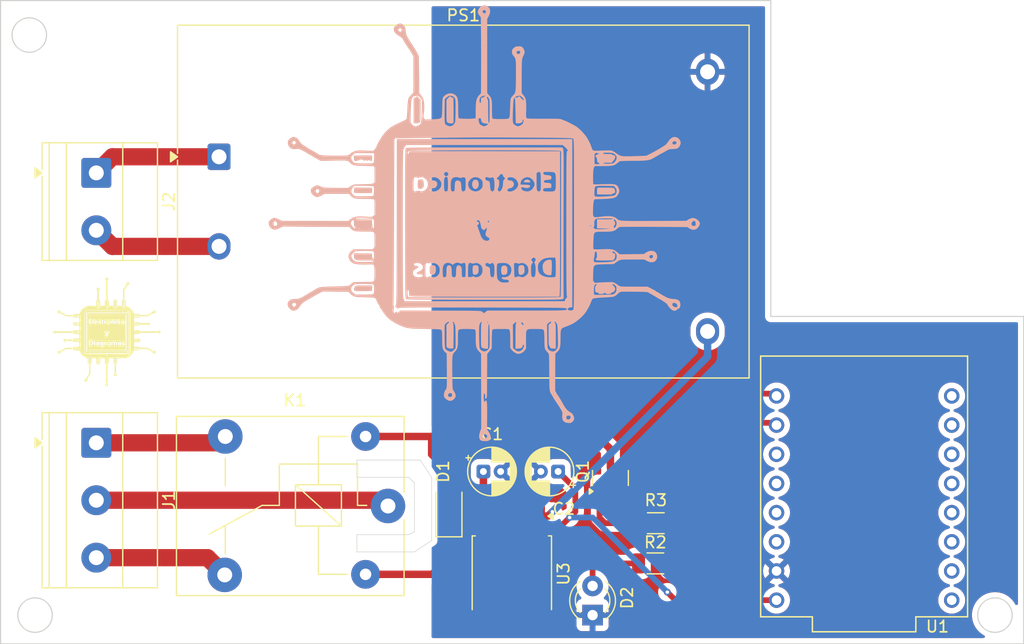
<source format=kicad_pcb>
(kicad_pcb (version 20241229) (generator "pcbnew") (generator_version "9.0")
  (layers (0 "F.Cu" signal) (2 "B.Cu" signal) (13 "F.Paste" user) (15 "B.Paste" user) (5 "F.SilkS" user "F.Silkscreen") (7 "B.SilkS" user "B.Silkscreen") (1 "F.Mask" user) (3 "B.Mask" user) (25 "Edge.Cuts" user))
  (net 0 "")
  (net 13 "GND")
  (net 14 "+12V")
  (net 15 "Net-(D1-A)")
  (net 16 "Net-(D2-A)")
  (net 17 "Net-(J1-Pin_3)")
  (net 18 "Net-(J1-Pin_1)")
  (net 19 "Net-(J1-Pin_2)")
  (net 20 "Net-(J2-Pin_2)")
  (net 21 "Net-(J2-Pin_1)")
  (net 22 "Net-(Q1-B)")
  (net 23 "gpio0")
  (net 24 "Net-(U1-GPIO1)")
  (net 25 "+5V")
  (footprint "Package_TO_SOT_SMD:TO-252-2" (layer "F.Cu") (at 199.475 118.915 -90)
    (property "Reference" "U3" (at 0 -4.5 90) (layer "F.SilkS"))
    (property "Value" "L7805")
    (pad "1" smd roundrect (at -5.04 -2.28 270) (size 2.2 1.2) (layers "F.Cu" "F.Mask" "F.Paste") (roundrect_rratio 0.208333) (net 14 "+12V"))
    (pad "2" smd roundrect (at 1.26 0 270) (size 6.4 5.8) (layers "F.Cu" "F.Mask") (roundrect_rratio 0.043103) (net 13 "GND"))
    (pad "3" smd roundrect (at -5.04 2.28 270) (size 2.2 1.2) (layers "F.Cu" "F.Mask" "F.Paste") (roundrect_rratio 0.208333) (net 25 "+5V"))
  )
  (footprint "Capacitor_THT:CP_Radial_D4.0mm_P1.50mm" (layer "F.Cu") (at 203.5 110 180)
    (property "Reference" "C2" (at -0.5 -3.25 0) (layer "F.SilkS"))
    (property "Value" "C_Polarized")
    (pad "1" thru_hole roundrect (at 0 0 180) (size 1.2 1.2) (drill 0.6) (layers "*.Cu" "*.Mask") (roundrect_rratio 0.208333) (net 25 "+5V"))
    (pad "2" thru_hole circle (at 1.5 0 180) (size 1.2 1.2) (drill 0.6) (layers "*.Cu" "*.Mask") (net 13 "GND"))
  )
  (footprint "Capacitor_THT:CP_Radial_D4.0mm_P1.50mm" (layer "F.Cu") (at 197 110)
    (property "Reference" "C1" (at 0.75 -3.25 0) (layer "F.SilkS"))
    (property "Value" "C_Polarized")
    (pad "1" thru_hole roundrect (at 0 0) (size 1.2 1.2) (drill 0.6) (layers "*.Cu" "*.Mask") (roundrect_rratio 0.208333) (net 14 "+12V"))
    (pad "2" thru_hole circle (at 1.5 0) (size 1.2 1.2) (drill 0.6) (layers "*.Cu" "*.Mask") (net 13 "GND"))
  )
  (footprint "TerminalBlock_Phoenix:TerminalBlock_Phoenix_MKDS-1,5-3_1x03_P5.00mm_Horizontal" (layer "F.Cu") (at 163.3275 107.5 -90)
    (property "Reference" "J1" (at 5 -6.32 90) (layer "F.SilkS"))
    (property "Value" "Screw_Terminal_01x03")
    (pad "1" thru_hole roundrect (at 0 0 270) (size 2.6 2.6) (drill 1.3) (layers "*.Cu" "*.Mask") (roundrect_rratio 0.096154) (net 18 "Net-(J1-Pin_1)"))
    (pad "2" thru_hole circle (at 5 0 270) (size 2.6 2.6) (drill 1.3) (layers "*.Cu" "*.Mask") (net 19 "Net-(J1-Pin_2)"))
    (pad "3" thru_hole circle (at 10 0 270) (size 2.6 2.6) (drill 1.3) (layers "*.Cu" "*.Mask") (net 17 "Net-(J1-Pin_3)"))
  )
  (footprint "LED_THT:LED_D3.0mm" (layer "F.Cu") (at 206.5 122.5 90)
    (property "Reference" "D2" (at 1.5 3 90) (layer "F.SilkS"))
    (property "Value" "LED")
    (pad "1" thru_hole rect (at 0 0 90) (size 1.8 1.8) (drill 0.9) (layers "*.Cu" "*.Mask") (net 13 "GND"))
    (pad "2" thru_hole circle (at 2.54 0 90) (size 1.8 1.8) (drill 0.9) (layers "*.Cu" "*.Mask") (net 16 "Net-(D2-A)"))
  )
  (footprint "Resistor_SMD:R_1206_3216Metric" (layer "F.Cu") (at 211.9625 118)
    (property "Reference" "R2" (at 0 -1.83 0) (layer "F.SilkS"))
    (property "Value" "R")
    (pad "1" smd roundrect (at -1.4625 0) (size 1.125 1.75) (layers "F.Cu" "F.Mask" "F.Paste") (roundrect_rratio 0.222222) (net 16 "Net-(D2-A)"))
    (pad "2" smd roundrect (at 1.4625 0) (size 1.125 1.75) (layers "F.Cu" "F.Mask" "F.Paste") (roundrect_rratio 0.222222) (net 24 "Net-(U1-GPIO1)"))
  )
  (footprint "Componentes_varios:MODULE_ESP32-C3_SUPERMINI_TH" (layer "F.Cu") (at 230.12 111.3 180)
    (property "Reference" "U1" (at -6.38 -12.2 0) (layer "F.SilkS"))
    (property "Value" "ESP32-C3_SUPERMINI_TH")
    (pad "0" thru_hole circle (at 7.62 7.88 180) (size 1.348 1.348) (drill 0.84) (layers "*.Cu" "*.Mask") (net 23 "gpio0"))
    (pad "1" thru_hole circle (at 7.62 5.34 180) (size 1.348 1.348) (drill 0.84) (layers "*.Cu" "*.Mask") (net 24 "Net-(U1-GPIO1)"))
    (pad "2" thru_hole circle (at 7.62 2.8 180) (size 1.348 1.348) (drill 0.84) (layers "*.Cu" "*.Mask"))
    (pad "3" thru_hole circle (at 7.62 0.26 180) (size 1.348 1.348) (drill 0.84) (layers "*.Cu" "*.Mask"))
    (pad "3.3" thru_hole circle (at 7.62 -4.82 180) (size 1.348 1.348) (drill 0.84) (layers "*.Cu" "*.Mask"))
    (pad "4" thru_hole circle (at 7.62 -2.28 180) (size 1.348 1.348) (drill 0.84) (layers "*.Cu" "*.Mask"))
    (pad "5" thru_hole circle (at -7.62 -9.9 180) (size 1.348 1.348) (drill 0.84) (layers "*.Cu" "*.Mask"))
    (pad "5V" thru_hole circle (at 7.62 -9.9 180) (size 1.348 1.348) (drill 0.84) (layers "*.Cu" "*.Mask") (net 25 "+5V"))
    (pad "6" thru_hole circle (at -7.62 -7.36 180) (size 1.348 1.348) (drill 0.84) (layers "*.Cu" "*.Mask"))
    (pad "7" thru_hole circle (at -7.62 -4.82 180) (size 1.348 1.348) (drill 0.84) (layers "*.Cu" "*.Mask"))
    (pad "8" thru_hole circle (at -7.62 -2.28 180) (size 1.348 1.348) (drill 0.84) (layers "*.Cu" "*.Mask"))
    (pad "9" thru_hole circle (at -7.62 0.26 180) (size 1.348 1.348) (drill 0.84) (layers "*.Cu" "*.Mask"))
    (pad "10" thru_hole circle (at -7.62 2.8 180) (size 1.348 1.348) (drill 0.84) (layers "*.Cu" "*.Mask"))
    (pad "20" thru_hole circle (at -7.62 5.34 180) (size 1.348 1.348) (drill 0.84) (layers "*.Cu" "*.Mask"))
    (pad "21" thru_hole circle (at -7.62 7.88 180) (size 1.348 1.348) (drill 0.84) (layers "*.Cu" "*.Mask"))
    (pad "G" thru_hole circle (at 7.62 -7.36 180) (size 1.348 1.348) (drill 0.84) (layers "*.Cu" "*.Mask") (net 13 "GND"))
  )
  (footprint "logo:logo_1" (layer "F.Cu") (at 164 98)
    (property "Reference" "G***" (hide yes))
    (property "Value" "LOGO" (hide yes))
  )
  (footprint "Resistor_SMD:R_1206_3216Metric" (layer "F.Cu") (at 212 114.5 180)
    (property "Reference" "R3" (at 0 2 0) (layer "F.SilkS"))
    (property "Value" "R")
    (pad "1" smd roundrect (at -1.4625 0 180) (size 1.125 1.75) (layers "F.Cu" "F.Mask" "F.Paste") (roundrect_rratio 0.222222) (net 23 "gpio0"))
    (pad "2" smd roundrect (at 1.4625 0 180) (size 1.125 1.75) (layers "F.Cu" "F.Mask" "F.Paste") (roundrect_rratio 0.222222) (net 22 "Net-(Q1-B)"))
  )
  (footprint "Relay_THT:Relay_SPDT_SANYOU_SRD_Series_Form_C" (layer "F.Cu") (at 188.7 113 180)
    (property "Reference" "K1" (at 8.1 9.2 0) (layer "F.SilkS"))
    (property "Value" "SANYOU_SRD_Form_C")
    (pad "1" thru_hole circle (at 0 0 270) (size 3 3) (drill 1.3) (layers "*.Cu" "*.Mask") (net 19 "Net-(J1-Pin_2)"))
    (pad "2" thru_hole circle (at 1.95 6.05 270) (size 2.5 2.5) (drill 1) (layers "*.Cu" "*.Mask") (net 15 "Net-(D1-A)"))
    (pad "3" thru_hole circle (at 14.15 6.05 270) (size 3 3) (drill 1.3) (layers "*.Cu" "*.Mask") (net 18 "Net-(J1-Pin_1)"))
    (pad "4" thru_hole circle (at 14.2 -6 270) (size 3 3) (drill 1.3) (layers "*.Cu" "*.Mask") (net 17 "Net-(J1-Pin_3)"))
    (pad "5" thru_hole circle (at 1.95 -5.95 270) (size 2.5 2.5) (drill 1) (layers "*.Cu" "*.Mask") (net 14 "+12V"))
  )
  (footprint "Converter_ACDC:Converter_ACDC_Hi-Link_HLK-10Mxx" (layer "F.Cu") (at 174.0025 82.6)
    (property "Reference" "PS1" (at 21.25 -12.31 0) (layer "F.SilkS"))
    (property "Value" "HLK-10M12")
    (pad "1" thru_hole roundrect (at 0 0) (size 2 2.3) (drill 1.3) (layers "*.Cu" "*.Mask") (roundrect_rratio 0.125) (net 21 "Net-(J2-Pin_1)"))
    (pad "2" thru_hole oval (at 0 7.8) (size 2 2.3) (drill 1.3) (layers "*.Cu" "*.Mask") (net 20 "Net-(J2-Pin_2)"))
    (pad "3" thru_hole oval (at 42.5 -7.4) (size 2 2.3) (drill 1.3) (layers "*.Cu" "*.Mask") (net 13 "GND"))
    (pad "4" thru_hole oval (at 42.5 15.2) (size 2 2.3) (drill 1.3) (layers "*.Cu" "*.Mask") (net 14 "+12V"))
  )
  (footprint "TerminalBlock_Phoenix:TerminalBlock_Phoenix_MKDS-1,5-2_1x02_P5.00mm_Horizontal" (layer "F.Cu") (at 163.3275 84 -90)
    (property "Reference" "J2" (at 2.5 -6.32 90) (layer "F.SilkS"))
    (property "Value" "Screw_Terminal_01x02")
    (pad "1" thru_hole roundrect (at 0 0 270) (size 2.6 2.6) (drill 1.3) (layers "*.Cu" "*.Mask") (roundrect_rratio 0.096154) (net 21 "Net-(J2-Pin_1)"))
    (pad "2" thru_hole circle (at 5 0 270) (size 2.6 2.6) (drill 1.3) (layers "*.Cu" "*.Mask") (net 20 "Net-(J2-Pin_2)"))
  )
  (footprint "Package_TO_SOT_SMD:SOT-23" (layer "F.Cu") (at 208.05 110.5625 90)
    (property "Reference" "Q1" (at 0.5625 -2.4 90) (layer "F.SilkS"))
    (property "Value" "MMBT3904")
    (pad "1" smd roundrect (at -0.9375 -0.95 90) (size 1.475 0.6) (layers "F.Cu" "F.Mask" "F.Paste") (net 22 "Net-(Q1-B)"))
    (pad "2" smd roundrect (at -0.9375 0.95 90) (size 1.475 0.6) (layers "F.Cu" "F.Mask" "F.Paste") (net 13 "GND"))
    (pad "3" smd roundrect (at 0.9375 0 90) (size 1.475 0.6) (layers "F.Cu" "F.Mask" "F.Paste") (net 15 "Net-(D1-A)"))
  )
  (footprint "Diode_SMD:D_1206_3216Metric" (layer "F.Cu") (at 194 113.4 90)
    (property "Reference" "D1" (at 3.4 -0.5 90) (layer "F.SilkS"))
    (property "Value" "D")
    (pad "1" smd roundrect (at -1.4 0 90) (size 1.25 1.75) (layers "F.Cu" "F.Mask" "F.Paste") (roundrect_rratio 0.2) (net 14 "+12V"))
    (pad "2" smd roundrect (at 1.4 0 90) (size 1.25 1.75) (layers "F.Cu" "F.Mask" "F.Paste") (roundrect_rratio 0.2) (net 15 "Net-(D1-A)"))
  )
  (footprint "logo:logo_3" (layer "B.Cu") (at 198 89 180)
    (property "Reference" "G***" (at 0 0 0) (layer "B.SilkS") (effects (font (size 1.5 1.5) (thickness 0.3)) (justify mirror)))
    (property "Value" "LOGO" (hide yes))
  )
  (gr_line (start 244 96.5) (end 244 125) (stroke (width 0.1)) (layer "Edge.Cuts"))
  (gr_line (start 191 115.25) (end 191 111) (stroke (width 0.05)) (layer "Edge.Cuts"))
  (gr_circle (center 241.5 122.5) (end 241.5 124) (stroke (width 0.1)) (fill no) (layer "Edge.Cuts"))
  (gr_line (start 186 109) (end 191.5 109) (stroke (width 0.05)) (layer "Edge.Cuts"))
  (gr_line (start 155 69) (end 222 69) (stroke (width 0.1)) (layer "Edge.Cuts"))
  (gr_line (start 222 96.5) (end 244 96.5) (stroke (width 0.1)) (layer "Edge.Cuts"))
  (gr_line (start 155 125) (end 155 69) (stroke (width 0.1)) (layer "Edge.Cuts"))
  (gr_circle (center 157.5 72) (end 157.5 73.5) (stroke (width 0.1)) (fill no) (layer "Edge.Cuts"))
  (gr_line (start 186 110.5) (end 186 109) (stroke (width 0.05)) (layer "Edge.Cuts"))
  (gr_line (start 190.5 115.5) (end 191 115.25) (stroke (width 0.05)) (layer "Edge.Cuts"))
  (gr_line (start 191.5 109) (end 192.5 110.5) (stroke (width 0.05)) (layer "Edge.Cuts"))
  (gr_line (start 191 117) (end 186 117) (stroke (width 0.05)) (layer "Edge.Cuts"))
  (gr_line (start 192.5 116) (end 191 117) (stroke (width 0.05)) (layer "Edge.Cuts"))
  (gr_line (start 186 115.5) (end 190.5 115.5) (stroke (width 0.05)) (layer "Edge.Cuts"))
  (gr_line (start 191 111) (end 190.5 110.5) (stroke (width 0.05)) (layer "Edge.Cuts"))
  (gr_line (start 186 117) (end 186 115.5) (stroke (width 0.05)) (layer "Edge.Cuts"))
  (gr_circle (center 158 122.5) (end 158 124) (stroke (width 0.1)) (fill no) (layer "Edge.Cuts"))
  (gr_line (start 244 125) (end 155 125) (stroke (width 0.1)) (layer "Edge.Cuts"))
  (gr_line (start 190.5 110.5) (end 186 110.5) (stroke (width 0.05)) (layer "Edge.Cuts"))
  (gr_line (start 192.5 110.5) (end 192.5 116) (stroke (width 0.05)) (layer "Edge.Cuts"))
  (gr_line (start 222 69) (end 222 96.5) (stroke (width 0.1)) (layer "Edge.Cuts"))
  (segment (start 194 114.8) (end 194 114.5) (width 0.5) (layer "F.Cu") (net 14))
  (segment (start 202.625 113.875) (end 203 113.5) (width 0.65) (layer "F.Cu") (net 14))
  (segment (start 196.5 112) (end 199.88 112) (width 0.5) (layer "F.Cu") (net 14))
  (segment (start 201.755 113.875) (end 202.625 113.875) (width 0.65) (layer "F.Cu") (net 14))
  (segment (start 186.75 118.95) (end 192.55 118.95) (width 0.65) (layer "F.Cu") (net 14))
  (segment (start 193.96 114.84) (end 194 114.8) (width 0.5) (layer "F.Cu") (net 14))
  (segment (start 194 114.5) (end 196.5 112) (width 0.65) (layer "F.Cu") (net 14))
  (segment (start 197 111.5) (end 196.5 112) (width 0.65) (layer "F.Cu") (net 14))
  (segment (start 192.55 118.95) (end 194 117.5) (width 0.65) (layer "F.Cu") (net 14))
  (segment (start 194 117.5) (end 194 114.8) (width 0.65) (layer "F.Cu") (net 14))
  (segment (start 199.88 112) (end 201.755 113.875) (width 0.5) (layer "F.Cu") (net 14))
  (segment (start 197 110) (end 197 111.5) (width 0.65) (layer "F.Cu") (net 14))
  (via (at 203 113.5) (size 0.6) (drill 0.3) (layers "F.Cu" "B.Cu") (net 14))
  (segment (start 203 113.5) (end 216.5025 99.9975) (width 0.65) (layer "B.Cu") (net 14))
  (segment (start 216.5025 99.9975) (end 216.5025 97.9) (width 0.65) (layer "B.Cu") (net 14))
  (segment (start 194 110) (end 194 112) (width 0.65) (layer "F.Cu") (net 15))
  (segment (start 186.75 106.95) (end 192.5 106.95) (width 0.65) (layer "F.Cu") (net 15))
  (segment (start 198 107) (end 207 107) (width 0.65) (layer "F.Cu") (net 15))
  (segment (start 192.5 108.5) (end 194 110) (width 0.65) (layer "F.Cu") (net 15))
  (segment (start 197.95 106.95) (end 198 107) (width 0.5) (layer "F.Cu") (net 15))
  (segment (start 192.5 106.95) (end 192.5 108.5) (width 0.65) (layer "F.Cu") (net 15))
  (segment (start 207 107) (end 208.05 108.05) (width 0.65) (layer "F.Cu") (net 15))
  (segment (start 208.05 108.05) (end 208.05 109.625) (width 0.65) (layer "F.Cu") (net 15))
  (segment (start 192.5 106.95) (end 197.95 106.95) (width 0.65) (layer "F.Cu") (net 15))
  (segment (start 206.5 118.5) (end 206.5 119.96) (width 0.5) (layer "F.Cu") (net 16))
  (segment (start 207 118) (end 206.5 118.5) (width 0.5) (layer "F.Cu") (net 16))
  (segment (start 210.5 118) (end 207 118) (width 0.5) (layer "F.Cu") (net 16))
  (segment (start 163.3275 117.5) (end 173 117.5) (width 1.5) (layer "F.Cu") (net 17))
  (segment (start 173 117.5) (end 174.5 119) (width 1.5) (layer "F.Cu") (net 17))
  (segment (start 174 107.5) (end 174.55 106.95) (width 1.5) (layer "F.Cu") (net 18))
  (segment (start 163.3275 107.5) (end 174 107.5) (width 1.5) (layer "F.Cu") (net 18))
  (segment (start 163.3275 112.5) (end 188.2 112.5) (width 1.5) (layer "F.Cu") (net 19))
  (segment (start 188.2 112.5) (end 188.7 113) (width 1.5) (layer "F.Cu") (net 19))
  (segment (start 164.7275 90.4) (end 163.3275 89) (width 1.5) (layer "F.Cu") (net 20))
  (segment (start 174.0025 90.4) (end 164.7275 90.4) (width 1.5) (layer "F.Cu") (net 20))
  (segment (start 164.7275 82.6) (end 163.3275 84) (width 1.5) (layer "F.Cu") (net 21))
  (segment (start 174.0025 82.6) (end 164.7275 82.6) (width 1.5) (layer "F.Cu") (net 21))
  (segment (start 207.6 114.5) (end 207.1 114) (width 0.5) (layer "F.Cu") (net 22))
  (segment (start 207.1 114) (end 207.1 111.5) (width 0.5) (layer "F.Cu") (net 22))
  (segment (start 210.5375 114.5) (end 207.6 114.5) (width 0.5) (layer "F.Cu") (net 22))
  (segment (start 220.28 103.22) (end 222.76 103.22) (width 0.5) (layer "F.Cu") (net 23))
  (segment (start 213.4625 110.0375) (end 213.4625 114.5) (width 0.5) (layer "F.Cu") (net 23))
  (segment (start 220.28 103.22) (end 213.4625 110.0375) (width 0.5) (layer "F.Cu") (net 23))
  (segment (start 215.5 117) (end 214.5 118) (width 0.5) (layer "F.Cu") (net 24))
  (segment (start 220.24 105.76) (end 222.76 105.76) (width 0.5) (layer "F.Cu") (net 24))
  (segment (start 214.5 118) (end 213.425 118) (width 0.5) (layer "F.Cu") (net 24))
  (segment (start 215.5 110.5) (end 215.5 117) (width 0.5) (layer "F.Cu") (net 24))
  (segment (start 220.24 105.76) (end 215.5 110.5) (width 0.5) (layer "F.Cu") (net 24))
  (segment (start 213.7 121.2) (end 213 120.5) (width 0.5) (layer "F.Cu") (net 25))
  (segment (start 222.5 121.2) (end 213.7 121.2) (width 0.5) (layer "F.Cu") (net 25))
  (segment (start 197.195 115.195) (end 197.195 113.875) (width 0.5) (layer "F.Cu") (net 25))
  (segment (start 198 116) (end 197.195 115.195) (width 0.5) (layer "F.Cu") (net 25))
  (segment (start 205 111.5) (end 205 113.5) (width 0.5) (layer "F.Cu") (net 25))
  (segment (start 203.5 110) (end 205 111.5) (width 0.5) (layer "F.Cu") (net 25))
  (segment (start 204.5 114) (end 202.5 116) (width 0.5) (layer "F.Cu") (net 25))
  (segment (start 205 113.5) (end 204.5 114) (width 0.5) (layer "F.Cu") (net 25))
  (segment (start 202.5 116) (end 198 116) (width 0.5) (layer "F.Cu") (net 25))
  (via (at 213 120.5) (size 0.6) (drill 0.3) (layers "F.Cu" "B.Cu") (net 25))
  (via (at 204.5 114) (size 0.6) (drill 0.3) (layers "F.Cu" "B.Cu") (net 25))
  (segment (start 206.5 114) (end 204.5 114) (width 0.5) (layer "B.Cu") (net 25))
  (segment (start 213 120.5) (end 206.5 114) (width 0.5) (layer "B.Cu") (net 25))
  (zone (net 13) (net_name "GND") (layer "F.Cu") (connect_pads (clearance 0.5)) (min_thickness 0.25) (fill yes (thermal_gap 0.5) (thermal_bridge_width 0.5))
    (polygon (pts (xy 192.5 125) (xy 192.5 69) (xy 222 69) (xy 222 96) (xy 244 96) (xy 244 125)))
  )
  (zone (net 13) (net_name "GND") (layer "B.Cu") (priority 1) (connect_pads (clearance 0.5)) (min_thickness 0.25) (fill yes (thermal_gap 0.5) (thermal_bridge_width 0.5))
    (polygon (pts (xy 192.5 69) (xy 222 69) (xy 222 96.5) (xy 244 96.5) (xy 244 125) (xy 192.5 125)))
  )
)
</source>
